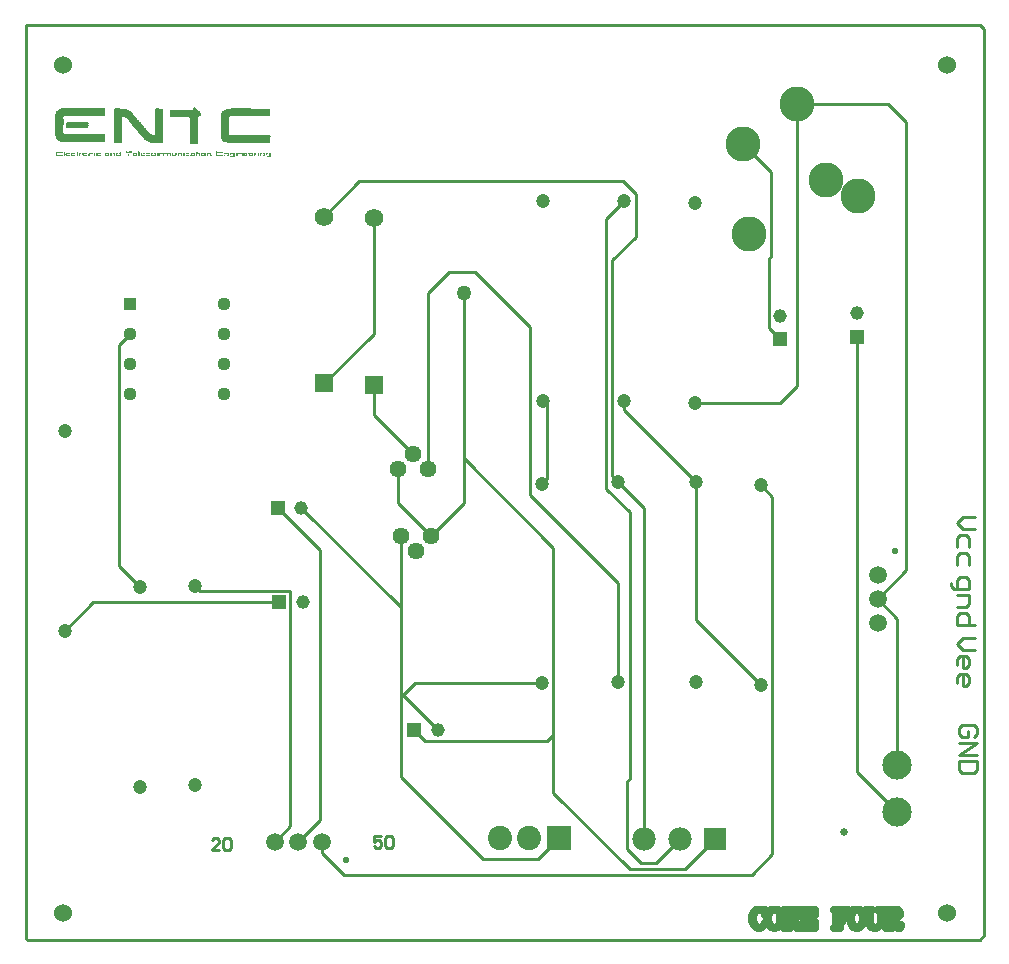
<source format=gtl>
G04*
G04 #@! TF.GenerationSoftware,Altium Limited,Altium Designer,23.9.2 (47)*
G04*
G04 Layer_Physical_Order=1*
G04 Layer_Color=255*
%FSLAX44Y44*%
%MOMM*%
G71*
G04*
G04 #@! TF.SameCoordinates,F81C6849-98B2-4F71-9394-E41489A2B151*
G04*
G04*
G04 #@! TF.FilePolarity,Positive*
G04*
G01*
G75*
%ADD12C,0.2540*%
%ADD33C,1.2000*%
%ADD34R,1.1500X1.1500*%
%ADD35C,1.1500*%
%ADD36C,1.4400*%
%ADD37C,1.5000*%
%ADD38C,0.5500*%
%ADD39C,1.1300*%
%ADD40R,1.1300X1.1300*%
%ADD41C,1.5240*%
%ADD42R,1.1500X1.1500*%
%ADD43C,2.4750*%
%ADD44C,0.6500*%
%ADD45C,2.9550*%
%ADD46C,2.0550*%
%ADD47R,2.0550X2.0550*%
%ADD48C,1.9650*%
%ADD49R,1.9650X1.9650*%
%ADD50R,1.5750X1.5750*%
%ADD51C,1.5750*%
%ADD52C,1.2700*%
%ADD53C,0.6350*%
G36*
X335978Y967053D02*
X336233Y966797D01*
X336438Y966081D01*
X336387Y964393D01*
X336438Y962807D01*
X336336Y962500D01*
X336438Y961170D01*
X336336Y960761D01*
X336182Y960608D01*
X335466Y960403D01*
X333829Y960505D01*
X302217Y960403D01*
X301961Y960147D01*
X301347Y958817D01*
X301398Y957743D01*
X301347Y946234D01*
X301450Y945927D01*
X301705Y945262D01*
X301961Y944904D01*
X302626Y944648D01*
X303342Y944546D01*
X335722Y944597D01*
X336131Y944495D01*
X336438Y944188D01*
X336540Y943779D01*
X336489Y939635D01*
X336591Y939124D01*
X336643Y938459D01*
X336387Y938101D01*
X335875Y937896D01*
X300171Y937998D01*
X299864Y938101D01*
X299454Y938203D01*
X298329Y938714D01*
X297613Y938919D01*
X297101Y939226D01*
X296590Y939737D01*
X296385Y939840D01*
X295925Y940198D01*
X295516Y940914D01*
X295311Y941016D01*
X295209Y941221D01*
X294902Y941937D01*
Y942244D01*
X294851Y942295D01*
X294748Y942909D01*
X294646Y943420D01*
X294442Y944239D01*
X294390Y945518D01*
X294493Y945620D01*
X294390Y945927D01*
X294493Y961170D01*
X294595Y961477D01*
X294800Y962296D01*
X294953Y963165D01*
X295158Y963677D01*
X295311Y963830D01*
X295362Y963984D01*
X295567Y964086D01*
X295823Y964342D01*
X295925Y964547D01*
X296437Y965263D01*
X296999Y965518D01*
X297204Y965621D01*
X297766Y966081D01*
X297920Y966235D01*
X298636Y966439D01*
X299352Y966542D01*
X301040Y966899D01*
X301654Y967002D01*
X303086Y967104D01*
X333932Y967155D01*
X334238Y967053D01*
X335568Y967155D01*
X335978Y967053D01*
D02*
G37*
G36*
X412911Y967462D02*
X413474Y967002D01*
X413628Y966848D01*
X413832Y966746D01*
X414548Y966337D01*
X415469Y965416D01*
X415674Y965314D01*
X416083Y964700D01*
X416646Y964137D01*
X417055Y963012D01*
X417464Y962398D01*
X417669Y961682D01*
X417771Y960966D01*
X417669Y960147D01*
X417515Y959892D01*
X417106Y959789D01*
X416032Y959840D01*
X415520Y959533D01*
X415418Y959329D01*
X415316Y959022D01*
X415264Y958562D01*
X415316Y946438D01*
Y946336D01*
X415367Y937282D01*
X415213Y936924D01*
X414958Y936668D01*
X414548Y936566D01*
X412860Y936617D01*
X410865Y936566D01*
X410661Y936668D01*
X410354Y936566D01*
X408717Y936668D01*
X408461Y936924D01*
X408359Y937640D01*
X408256Y958511D01*
X408052Y958715D01*
X408001Y958868D01*
X407796Y958971D01*
X407285Y959175D01*
X405597Y959124D01*
X394394Y959175D01*
X394087Y959073D01*
X393064Y959175D01*
X392297Y959022D01*
X391837Y958971D01*
X391274Y959431D01*
X391171Y960147D01*
X391274Y965263D01*
X391632Y965621D01*
X394803Y965518D01*
X409280Y965570D01*
X410252Y965518D01*
X410712Y965876D01*
X411019Y966593D01*
X411428Y967309D01*
X411991Y967564D01*
X412911Y967462D01*
D02*
G37*
G36*
X476136Y966439D02*
X476494Y966081D01*
X476597Y965467D01*
X476494Y965160D01*
X476392Y960147D01*
X476136Y959892D01*
X475727Y959789D01*
X474397Y959892D01*
X442580Y959789D01*
X442068Y959585D01*
X441506Y959329D01*
X441301Y958817D01*
X441404Y944801D01*
X441864Y944239D01*
X442068Y944137D01*
X442580Y943932D01*
X476443Y943830D01*
X476699Y943267D01*
X476597Y941323D01*
X476494Y937538D01*
X476239Y937282D01*
X475829Y937180D01*
X474806Y937282D01*
X464780D01*
X441250Y937384D01*
X440943Y937487D01*
X440278Y937640D01*
X439767Y937742D01*
X439153Y937845D01*
X438181Y937998D01*
X437465Y938510D01*
X436544Y939021D01*
X435368Y940198D01*
X435265Y940607D01*
X434958Y941118D01*
X434754Y941323D01*
X434447Y942039D01*
X434344Y943983D01*
X434447Y961887D01*
X434856Y962603D01*
X435061Y962807D01*
X435163Y963012D01*
X435470Y963728D01*
X435572Y963933D01*
X435726Y964188D01*
X435930Y964291D01*
X436493Y964751D01*
X437056Y965314D01*
X437772Y965518D01*
X438590Y965825D01*
X439102Y966132D01*
X439818Y966337D01*
X440841Y966439D01*
X444933Y966542D01*
X476136Y966439D01*
D02*
G37*
G36*
X307434Y954674D02*
X322013Y954725D01*
X322524Y954418D01*
X322627Y954009D01*
X322524Y952577D01*
X322627Y952270D01*
X322524Y950633D01*
X322166Y950173D01*
X321757Y950070D01*
X320427Y950173D01*
X316130D01*
X304519Y950121D01*
X304161Y950275D01*
X303905Y950837D01*
X303854Y954060D01*
X304058Y954572D01*
X304570Y954776D01*
X307434Y954674D01*
D02*
G37*
G36*
X385084Y966439D02*
X385442Y966081D01*
X385494Y965416D01*
X385391Y937896D01*
X385238Y937538D01*
X385084Y937384D01*
X384675Y937282D01*
X384368Y937180D01*
X384061Y937282D01*
X376593Y937384D01*
X376286Y937487D01*
X375467Y937691D01*
X374035Y937896D01*
X373370Y938049D01*
X373012Y938305D01*
X372603Y938714D01*
X371631Y939072D01*
X370864Y939840D01*
X370659Y939942D01*
X369585Y941016D01*
X369483Y941221D01*
X368664Y942039D01*
X368562Y942244D01*
X368204Y942704D01*
X367999Y942806D01*
X367641Y943165D01*
X367334Y943676D01*
X367079Y943932D01*
X366874Y944034D01*
X366465Y944648D01*
X365800Y945313D01*
X365697Y945518D01*
X365237Y946080D01*
X364777Y946541D01*
X364674Y946745D01*
X364214Y947308D01*
X363754Y947768D01*
X363651Y947973D01*
X363191Y948536D01*
X362935Y948689D01*
X362833Y948894D01*
X362373Y949456D01*
X362066Y949763D01*
X361912Y949815D01*
X361810Y950019D01*
X361349Y950582D01*
X360787Y951144D01*
X360480Y951656D01*
X360326Y951809D01*
X360122Y951912D01*
X359712Y952526D01*
X359457Y952884D01*
X359303Y953037D01*
X359099Y953139D01*
X358689Y953753D01*
X358536Y953907D01*
X358485Y954060D01*
X358280Y954163D01*
X358024Y954418D01*
X357922Y954623D01*
X357462Y955288D01*
X357257Y955390D01*
X356797Y955851D01*
X356694Y956055D01*
X356439Y956413D01*
X356234Y956516D01*
X355876Y956874D01*
X355569Y957385D01*
X354853Y958101D01*
X354751Y958306D01*
X354597Y958459D01*
X353728Y958920D01*
X353625Y959124D01*
X353369Y959380D01*
X352551Y959585D01*
X351937Y959687D01*
X351324Y959892D01*
X350761Y959533D01*
X350556Y959022D01*
X350658Y956771D01*
X350556Y937640D01*
X350300Y937384D01*
X349891Y937282D01*
X347231D01*
X344264Y937384D01*
X344009Y937640D01*
X343906Y938356D01*
X344009Y966183D01*
X344264Y966439D01*
X344674Y966542D01*
X353676Y966439D01*
X353983Y966337D01*
X354546Y966183D01*
X355058Y965979D01*
X355211Y965825D01*
X355723Y965621D01*
X356132Y965518D01*
X356797Y965263D01*
X357462Y964598D01*
X358178Y964188D01*
X358996Y963370D01*
X359201Y963268D01*
X359764Y962705D01*
X359866Y962500D01*
X360480Y961887D01*
X360582Y961682D01*
X360889Y961375D01*
X360991Y961170D01*
X361707Y960454D01*
X361810Y960250D01*
X362270Y959687D01*
X362628Y959431D01*
X362730Y959227D01*
X363191Y958664D01*
X363651Y958306D01*
X363958Y957794D01*
X364674Y957078D01*
X364981Y956567D01*
X365135Y956413D01*
X365339Y956311D01*
X365493Y956157D01*
X365595Y955953D01*
X366055Y955390D01*
X366516Y954930D01*
X366618Y954725D01*
X367079Y954163D01*
X367641Y953600D01*
X367743Y953395D01*
X368102Y952935D01*
X368306Y952832D01*
X368562Y952577D01*
X368664Y952372D01*
X369125Y951809D01*
X369329Y951707D01*
X369585Y951451D01*
X369892Y950940D01*
X370506Y950326D01*
X370608Y950121D01*
X370966Y949661D01*
X371171Y949559D01*
X371427Y949303D01*
X371529Y949098D01*
X371989Y948536D01*
X372449Y948075D01*
X372552Y947871D01*
X373012Y947308D01*
X373575Y946745D01*
X373677Y946541D01*
X374035Y946080D01*
X374240Y945978D01*
X374547Y945671D01*
X374700Y945620D01*
X374803Y945415D01*
X375263Y944955D01*
X375928Y944699D01*
X376286Y944546D01*
X376849Y944085D01*
X377309Y943932D01*
X377718Y943830D01*
X378332Y944034D01*
X378588Y944290D01*
X378690Y945006D01*
X378588Y945415D01*
X378639Y964904D01*
X378588Y966081D01*
X378946Y966439D01*
X379662Y966542D01*
X385084Y966439D01*
D02*
G37*
G36*
X359508Y929916D02*
X359661Y929558D01*
Y929456D01*
X359406Y929200D01*
X357666Y929098D01*
X356643Y928484D01*
X356336Y928586D01*
X355927Y928995D01*
X355723Y929098D01*
X355416Y929200D01*
X354086Y929302D01*
X353932Y929763D01*
X354290Y930121D01*
X355671Y930070D01*
X357666Y930121D01*
X357973Y930018D01*
X358689Y930121D01*
X358996Y930223D01*
X359508Y929916D01*
D02*
G37*
G36*
X374291Y928842D02*
X374189Y928535D01*
X374035Y928382D01*
X372961Y928433D01*
X372091Y928074D01*
X371887D01*
X371836Y928023D01*
X371682Y927972D01*
X371427Y928126D01*
X371529Y928739D01*
X371887Y929098D01*
X373473Y929046D01*
X373933Y929098D01*
X374291Y928842D01*
D02*
G37*
G36*
X431940Y930018D02*
X432452Y929814D01*
X432759Y929916D01*
X433577D01*
X435879Y929967D01*
X436084Y929865D01*
X436135Y929405D01*
X435828Y928995D01*
X432554Y929098D01*
X432247Y929200D01*
X431684Y928739D01*
X431275Y928126D01*
X431582Y927614D01*
X431838Y927358D01*
X432247Y927256D01*
X433884Y927358D01*
X436237Y927256D01*
X436493Y927000D01*
X436390Y926489D01*
X436237Y926335D01*
X435419Y926131D01*
X435009Y926233D01*
X430866Y926182D01*
X430508Y926438D01*
X430354Y926898D01*
X430406Y928484D01*
X430303Y928995D01*
X430252Y929456D01*
X430559Y929967D01*
X430713Y930121D01*
X431940Y930018D01*
D02*
G37*
G36*
X392041Y928995D02*
X392092Y928944D01*
X392297Y928433D01*
X392195Y926386D01*
X392041Y926233D01*
X391427Y926335D01*
X391274Y926796D01*
X391376Y927717D01*
X390916Y928279D01*
X390609Y928382D01*
X390353Y928126D01*
X390148Y927614D01*
X390251Y926591D01*
X389995Y926233D01*
X389586Y926131D01*
X389381Y926233D01*
X389125Y926489D01*
X389176Y927768D01*
X388767Y928279D01*
X388051Y928177D01*
X387540Y927972D01*
X386772Y928023D01*
X386670Y927717D01*
X386875Y927000D01*
X386772Y926693D01*
X386619Y926540D01*
X386107Y926335D01*
X385494Y926438D01*
X385340Y926591D01*
X385391Y927870D01*
X384880Y928074D01*
X384470Y928177D01*
X383754Y928074D01*
X383498Y927819D01*
X383396Y927410D01*
X383498Y927000D01*
X383396Y926489D01*
X383243Y926335D01*
X382680Y926386D01*
X382578Y926796D01*
X382476Y927921D01*
X382117Y928382D01*
X381708Y928279D01*
X381555Y928126D01*
X381350Y927614D01*
X381401Y926642D01*
X381248Y926284D01*
X380788Y926131D01*
X380429Y926386D01*
X380225Y927103D01*
X380327Y928637D01*
X380685Y929098D01*
X381094Y929200D01*
X381657Y929046D01*
X382117Y928893D01*
X382629Y929098D01*
X384010Y929046D01*
X384880Y929098D01*
X385596Y928688D01*
X386312Y928382D01*
X386721Y928484D01*
X387233Y928995D01*
X387949Y929098D01*
X388870Y928995D01*
X389176Y929098D01*
X389893Y929200D01*
X390200Y929098D01*
X390609Y928995D01*
X391632Y929200D01*
X392041Y928995D01*
D02*
G37*
G36*
X321246D02*
X321501Y928739D01*
X321399Y928126D01*
X320734Y928074D01*
X319813Y928484D01*
X319097Y928382D01*
X318739Y928023D01*
X318637Y927614D01*
X318893Y927154D01*
X319609Y926949D01*
X320223Y927051D01*
X320939Y927358D01*
X321348Y927256D01*
X321501Y926796D01*
X321399Y926386D01*
X321246Y926233D01*
X320836Y926131D01*
X319558Y926182D01*
X318893Y926131D01*
X318586Y926233D01*
X317869Y926642D01*
X317716Y926796D01*
X317512Y927307D01*
X317409Y928330D01*
X317460Y928586D01*
X317512Y928637D01*
X318176Y928893D01*
X318995Y929098D01*
X320120Y928995D01*
X320427Y929098D01*
X320887Y929149D01*
X321246Y928995D01*
D02*
G37*
G36*
X350045Y929763D02*
X350249Y929251D01*
X350096Y928074D01*
X350045Y927410D01*
X350147Y927103D01*
X350045Y926489D01*
X349789Y926233D01*
X349380Y926131D01*
X347640Y926233D01*
X347436Y926131D01*
X347129Y926233D01*
X346515Y926335D01*
X346157Y926591D01*
X345952Y927103D01*
X346055Y928637D01*
X346106Y928688D01*
X346515Y929098D01*
X347743Y928995D01*
X348050Y928893D01*
X348561Y928995D01*
X348766Y929200D01*
X348970Y929302D01*
X349124Y929456D01*
X349226Y929660D01*
X349380Y929814D01*
X349789Y929916D01*
X350045Y929763D01*
D02*
G37*
G36*
X326156Y928995D02*
X326514Y928637D01*
X326412Y928023D01*
X325952Y927870D01*
X324622Y928484D01*
X324110Y928382D01*
X323548Y927921D01*
X323445Y927512D01*
X323548Y926796D01*
X323445Y926386D01*
X323292Y926233D01*
X322985Y926131D01*
X322473Y926438D01*
X322217Y927103D01*
X322115Y927512D01*
Y927819D01*
Y927921D01*
X322627Y928842D01*
X322882Y929098D01*
X324110Y928995D01*
X324417Y928893D01*
X325133Y928995D01*
X325440Y929098D01*
X326156Y928995D01*
D02*
G37*
G36*
X296385Y930018D02*
X296795Y929814D01*
X297101Y929916D01*
X300529Y929967D01*
X300733Y929456D01*
X300631Y929149D01*
X300478Y928995D01*
X300068Y928893D01*
X299045Y928995D01*
X297204Y929098D01*
X296692Y929302D01*
X296130Y928739D01*
X296027Y928330D01*
X296130Y927614D01*
X296488Y927256D01*
X299045Y927358D01*
X300682Y927256D01*
X300836Y927103D01*
X300938Y926693D01*
X300784Y926335D01*
X300273Y926131D01*
X298022Y926233D01*
X296897D01*
X295567Y926131D01*
X295055Y926438D01*
X294902Y926898D01*
X294800Y927410D01*
X294902Y927717D01*
X294851Y929405D01*
X294953Y929814D01*
X295158Y930018D01*
X295567Y930121D01*
X296385Y930018D01*
D02*
G37*
G36*
X446365Y928688D02*
X446468Y928279D01*
X446519Y926898D01*
X446417Y926591D01*
X446314Y926182D01*
X446058Y925517D01*
X445854Y925312D01*
X445138Y925210D01*
X444575Y925363D01*
X443603Y925415D01*
X443296Y925312D01*
X442478Y925415D01*
X442324Y925568D01*
X442426Y925977D01*
X442478Y926029D01*
X443092Y926642D01*
X443910Y926540D01*
X444217Y926438D01*
X444728Y926540D01*
X444984Y926796D01*
X445087Y927205D01*
X444984Y927921D01*
X444524Y928484D01*
X444217Y928586D01*
X443910Y928484D01*
X443143Y927717D01*
X443040Y927512D01*
X442580Y927461D01*
X442222Y927819D01*
X442324Y928739D01*
X442478Y928995D01*
X442887Y929098D01*
X443705Y928995D01*
X444217Y928791D01*
X444728Y928995D01*
X445649Y929098D01*
X446365Y928688D01*
D02*
G37*
G36*
X306718Y928995D02*
X306872Y928842D01*
X306769Y928228D01*
X306258Y927717D01*
X306360Y927307D01*
X306565Y927103D01*
X306667Y926693D01*
X306616Y926438D01*
X305900Y926233D01*
X305593Y926335D01*
X304621Y926182D01*
X304468Y926131D01*
X304161Y926233D01*
X303956Y926335D01*
X303700Y926591D01*
X303598Y927307D01*
X303700Y927614D01*
X303598Y927819D01*
X303496Y928126D01*
X303598Y928535D01*
X304058Y928995D01*
X304468Y929098D01*
X305184Y928791D01*
X305593Y928893D01*
X306104Y929098D01*
X306207D01*
X306718Y928995D01*
D02*
G37*
G36*
X457005Y928893D02*
X457056Y928330D01*
X456545Y927614D01*
X456954Y926693D01*
X456698Y926335D01*
X456289Y926233D01*
X455368Y926335D01*
X455061Y926233D01*
X454141Y926335D01*
X453629Y926847D01*
X453220Y926745D01*
X453015Y926540D01*
X452606Y926438D01*
X452197Y926540D01*
X452043Y926693D01*
X452146Y927307D01*
X452248Y927614D01*
X452146Y927921D01*
X451327Y928126D01*
X450662Y928382D01*
X449946Y928279D01*
X449230Y927870D01*
X449076Y927717D01*
X449128Y926745D01*
X448923Y926438D01*
X447798Y926540D01*
X447644Y927000D01*
X447746Y927410D01*
Y927512D01*
X447695Y928586D01*
X447900Y928791D01*
X449025Y928893D01*
X449332Y928995D01*
X449741Y929098D01*
X450151Y928995D01*
X451839Y929046D01*
X452350Y928739D01*
X452453Y928535D01*
X452708Y928279D01*
X453322Y928382D01*
X453629Y928688D01*
X454345Y928995D01*
X455061Y928893D01*
X455471Y928688D01*
X455675Y928893D01*
X455880Y928995D01*
X456493Y929200D01*
X457005Y928893D01*
D02*
G37*
G36*
X406466Y928995D02*
X406978Y929098D01*
X407080D01*
X407592Y928995D01*
X407745Y928842D01*
X407643Y928535D01*
X407489Y928382D01*
X406415Y928433D01*
X406057Y928177D01*
X405545Y927870D01*
X405136Y927972D01*
X404983Y928433D01*
X405085Y928842D01*
X405341Y929098D01*
X405750Y929200D01*
X406466Y928995D01*
D02*
G37*
G36*
X331374D02*
X332448Y929046D01*
X332806Y928893D01*
X332857Y928637D01*
X332704Y928484D01*
X332295Y928382D01*
X331169Y928484D01*
X331067D01*
X330760Y928382D01*
X330504Y928126D01*
X330402Y927717D01*
X330504Y927307D01*
X330760Y927051D01*
X331476Y926949D01*
X331783Y927051D01*
X332909Y926949D01*
X333062Y926796D01*
X332960Y926386D01*
X332806Y926233D01*
X332090Y926131D01*
X330044Y926233D01*
X329532Y926540D01*
X329379Y926693D01*
X329174Y927205D01*
X329277Y928637D01*
X329635Y928995D01*
X330351Y929098D01*
X331374Y928995D01*
D02*
G37*
G36*
X311117D02*
X311322Y928893D01*
X311475Y928739D01*
X311322Y928484D01*
X310606Y928382D01*
X310197Y928484D01*
X309225Y928330D01*
X308918Y928126D01*
X308815Y927717D01*
X308918Y927307D01*
X309174Y927051D01*
X310043Y927000D01*
X310657Y927103D01*
X310913Y927154D01*
X311424Y926847D01*
X311475Y926386D01*
X311322Y926233D01*
X310913Y926131D01*
X309890Y926233D01*
X309583Y926131D01*
X308764Y926233D01*
X308662Y926335D01*
X308560D01*
X307792Y926898D01*
X307588Y927717D01*
X307690Y928535D01*
X307844Y928688D01*
X308355Y928893D01*
X309174Y929098D01*
X311117Y928995D01*
D02*
G37*
G36*
X370352D02*
X370506Y928842D01*
X370710Y928330D01*
X370659Y928074D01*
X370250Y927972D01*
X369125D01*
X369073Y928023D01*
X368767Y928330D01*
X368715Y928586D01*
X368920Y928893D01*
X369636Y929098D01*
X370352Y928995D01*
D02*
G37*
G36*
X461711Y929098D02*
X461865Y928944D01*
X461967Y928535D01*
X461865Y928126D01*
X461660Y927921D01*
X461558Y927717D01*
X461455Y927410D01*
X461762Y926796D01*
Y926693D01*
X461660Y926489D01*
X461404Y926233D01*
X460023Y926284D01*
X459154Y926233D01*
X458847Y926335D01*
X458182Y926693D01*
X458079Y927103D01*
X457977Y928535D01*
X458335Y928893D01*
X458744Y928995D01*
X459563Y928893D01*
X459818Y928637D01*
X459716Y928330D01*
X459409Y927819D01*
X459512Y927512D01*
X459665Y927358D01*
X460074Y927256D01*
X460586Y927358D01*
X460841Y927512D01*
X460739Y927921D01*
X460535Y928126D01*
X460330Y928535D01*
X460790Y929098D01*
X461200Y929200D01*
X461711Y929098D01*
D02*
G37*
G36*
X363498D02*
X363651Y928944D01*
X363754Y928535D01*
X363651Y928126D01*
X363344Y927819D01*
X363242Y927410D01*
X363549Y926693D01*
X363447Y926489D01*
X363191Y926233D01*
X361810Y926284D01*
X360838Y926233D01*
X360122Y926642D01*
X359968Y926796D01*
X359866Y927512D01*
X359968Y928739D01*
X360122Y928893D01*
X360838Y928995D01*
X361452Y928893D01*
X361707Y928637D01*
X361605Y928433D01*
X361196Y927819D01*
X361298Y927512D01*
X361400Y927410D01*
X361452Y927358D01*
X361861Y927256D01*
X362373Y927358D01*
X362628Y927512D01*
X362526Y927921D01*
X362321Y928126D01*
X362117Y928535D01*
X362577Y929098D01*
X362986Y929200D01*
X363498Y929098D01*
D02*
G37*
G36*
X340121Y928842D02*
X340223Y928433D01*
X340172Y927358D01*
X340223Y926796D01*
X339916Y926284D01*
X339456Y926131D01*
X338842Y926233D01*
X338535Y926335D01*
X336694Y926233D01*
X336336Y926591D01*
X336438Y927307D01*
X336745Y928023D01*
X336847Y928739D01*
X337308Y928893D01*
X337921Y928791D01*
X338075Y928637D01*
X337973Y928330D01*
X337563Y927921D01*
X337666Y927512D01*
X338228Y927256D01*
X338740Y927358D01*
X338893Y927512D01*
X338791Y928126D01*
X338689Y928330D01*
X338638Y928382D01*
X338586Y928637D01*
X339047Y929098D01*
X339661Y929200D01*
X340121Y928842D01*
D02*
G37*
G36*
X474192Y928995D02*
X474346Y928842D01*
X474244Y928433D01*
X473579Y927051D01*
X472965Y927154D01*
X472811Y927307D01*
X472760Y927358D01*
X472607Y927921D01*
X472709Y928637D01*
X473067Y929098D01*
X474192Y928995D01*
D02*
G37*
G36*
X412758Y928944D02*
X412962Y928739D01*
X412860Y927921D01*
X412758Y927614D01*
X412656Y926386D01*
X412502Y926233D01*
X412400D01*
X412349Y926182D01*
X411786Y926131D01*
X411274Y926335D01*
X410865Y926438D01*
X409740Y926131D01*
X409024Y926233D01*
X408870Y926386D01*
X408768Y926796D01*
X408870Y927205D01*
X409177Y927921D01*
X409280Y928739D01*
X409433Y928893D01*
X410354Y928791D01*
X410507Y928637D01*
X410405Y928228D01*
X410200Y928023D01*
X410303Y927512D01*
X410763Y927051D01*
X411172Y927154D01*
X411428Y927410D01*
X411530Y927819D01*
X411326Y928535D01*
X411428Y928842D01*
X411581Y928995D01*
X411991Y929098D01*
X412246Y929149D01*
X412758Y928944D01*
D02*
G37*
G36*
X397207Y928739D02*
X397310Y928126D01*
X397207Y927819D01*
X397003Y926591D01*
X396849Y926335D01*
X396133Y926131D01*
X395724Y926233D01*
X393934Y926182D01*
X393525Y926284D01*
X393218Y926591D01*
X393013Y927410D01*
X393115Y928842D01*
X393371Y929098D01*
X394087Y928995D01*
X394241Y928535D01*
X394189Y927768D01*
X394394Y927256D01*
X395110Y926949D01*
X395622Y927051D01*
X395980Y927410D01*
X396082Y927819D01*
Y928126D01*
Y928228D01*
X395980Y928535D01*
X396287Y929046D01*
X396849Y929098D01*
X397207Y928739D01*
D02*
G37*
G36*
X379151Y929098D02*
X379406Y928842D01*
X379509Y928433D01*
X379406Y926796D01*
X379304Y926386D01*
X379151Y926233D01*
X378741Y926131D01*
X376797Y926233D01*
X375774Y926335D01*
X375519Y926591D01*
X375416Y927000D01*
X375365Y928484D01*
X375519Y928842D01*
X375774Y929098D01*
X377002Y928995D01*
X377258Y928739D01*
X376746Y928228D01*
X376542Y927717D01*
X376644Y927307D01*
X377002Y926949D01*
X377565Y926898D01*
X377974Y927000D01*
X378128Y927154D01*
X378332Y927256D01*
X378383Y927307D01*
X378434Y927358D01*
X378588Y927717D01*
X378128Y928279D01*
X377667Y928739D01*
X377923Y928995D01*
X378639Y929200D01*
X379151Y929098D01*
D02*
G37*
G36*
X421454Y929046D02*
X421659Y928842D01*
X421761Y928433D01*
X421659Y926693D01*
X421301Y926233D01*
X420584Y926131D01*
X420175Y926233D01*
X418282Y926182D01*
X417924Y926335D01*
X417771Y926796D01*
X417669Y927512D01*
X417771Y928842D01*
X417976Y929046D01*
X418027Y929098D01*
X418743Y929200D01*
X419408Y928842D01*
X419305Y928535D01*
X418896Y928126D01*
X418692Y927614D01*
X419152Y927051D01*
X419664Y926847D01*
X420328Y927103D01*
X420738Y927512D01*
X420635Y927921D01*
X420431Y928126D01*
X420328Y928330D01*
X419919Y928739D01*
X419971Y928893D01*
X420482Y929098D01*
X420891Y929200D01*
X421454Y929046D01*
D02*
G37*
G36*
X437925Y927103D02*
X437976Y926745D01*
X437874Y926540D01*
X437567D01*
X437414Y926693D01*
X437516Y927205D01*
X437669Y927256D01*
X437925Y927103D01*
D02*
G37*
G36*
X356899Y927717D02*
X357104Y927205D01*
X357001Y926591D01*
X356541Y926438D01*
X356234Y926540D01*
X356081Y927000D01*
X356183Y927512D01*
X356234Y927563D01*
X356490Y927921D01*
X356643Y927972D01*
X356899Y927717D01*
D02*
G37*
G36*
X302524Y929916D02*
X302677Y929763D01*
X302882Y928330D01*
X303086Y927819D01*
Y927614D01*
Y927512D01*
X302933Y926949D01*
X302677Y926591D01*
X302524Y926438D01*
X302012Y926540D01*
X301859Y926693D01*
X301961Y927717D01*
X302063Y928023D01*
X301961Y928637D01*
X301859Y928944D01*
X301756Y929353D01*
X301859Y929763D01*
X302115Y930018D01*
X302524Y929916D01*
D02*
G37*
G36*
X476648Y928893D02*
X476801Y928739D01*
X476750Y926847D01*
X476801Y925773D01*
X476545Y925312D01*
X476136Y925210D01*
X475215Y925312D01*
X475011Y925517D01*
X474090Y925415D01*
X473579Y925210D01*
X473067Y925312D01*
X472914Y925773D01*
X473374Y926335D01*
X473885Y926540D01*
X474704Y926438D01*
X475011Y926335D01*
X475574Y926796D01*
X475778Y927410D01*
X475369Y928126D01*
X475164Y928330D01*
X475062Y928739D01*
X475164Y928944D01*
X475369Y929046D01*
X475420Y929098D01*
X476136Y929200D01*
X476648Y928893D01*
D02*
G37*
G36*
X328151Y928842D02*
X328254Y928433D01*
X328202Y928382D01*
X328151Y927410D01*
X328254Y927103D01*
X328151Y926489D01*
X327691Y926335D01*
X327282Y926438D01*
X327077Y926642D01*
X326924Y926693D01*
X326821Y927103D01*
X326924Y927307D01*
X327230Y928023D01*
X327333Y928433D01*
X327640Y928944D01*
X327998Y928995D01*
X328151Y928842D01*
D02*
G37*
G36*
X469077Y929098D02*
X469435Y928842D01*
X469333Y928433D01*
X469026Y928126D01*
X468924Y927921D01*
X468719Y927717D01*
Y927205D01*
Y927103D01*
X468821Y926796D01*
X468719Y926386D01*
X468259Y926233D01*
X467952Y926335D01*
X467696Y926591D01*
X467747Y927870D01*
X467594Y928433D01*
X467850Y928995D01*
X468361Y929200D01*
X469077Y929098D01*
D02*
G37*
G36*
X426416Y928995D02*
X426569Y928842D01*
X426671Y928637D01*
Y928535D01*
X426723Y926642D01*
X426467Y926284D01*
X425802Y926233D01*
X425546Y926489D01*
X425597Y927665D01*
X425188Y928279D01*
X424932Y928535D01*
X424983Y928893D01*
X425188Y928995D01*
X425495Y929098D01*
X425904Y929200D01*
X426416Y928995D01*
D02*
G37*
G36*
X401862D02*
X402016Y928842D01*
X402118Y928433D01*
X402016Y927717D01*
Y927614D01*
X402118Y927205D01*
X402016Y926489D01*
X401760Y926233D01*
X401249Y926335D01*
X401095Y926489D01*
X400993Y926898D01*
X401095Y927307D01*
X400993Y927819D01*
X400788Y928023D01*
X400686Y928228D01*
X400379Y928535D01*
X400430Y928893D01*
X400635Y928995D01*
X400942Y929098D01*
X401351Y929200D01*
X401862Y928995D01*
D02*
G37*
G36*
X344981Y928893D02*
X345032Y927921D01*
X344929Y927614D01*
X345134Y926796D01*
X344878Y926335D01*
X344469Y926233D01*
X344111Y926489D01*
X344162Y927563D01*
X343804Y928126D01*
X343651Y928279D01*
X343599Y928330D01*
X343395Y928739D01*
X343753Y929098D01*
X344469Y929200D01*
X344981Y928893D01*
D02*
G37*
G36*
X466622Y929098D02*
X466878Y928842D01*
X466980Y928126D01*
X467031Y926745D01*
X466878Y926386D01*
X466724Y926233D01*
X466366Y926182D01*
X466059Y926284D01*
X466008Y926335D01*
X465854Y926489D01*
X465752Y926898D01*
X465854Y927614D01*
X465701Y928177D01*
X465650Y928842D01*
X466008Y929200D01*
X466622Y929098D01*
D02*
G37*
G36*
X471635Y928893D02*
X471788Y928433D01*
X471839Y926642D01*
X471533Y926233D01*
X471123Y926131D01*
X470765Y926386D01*
X470663Y926796D01*
X470714Y927665D01*
X470202Y928484D01*
X470151Y928842D01*
X470305Y928995D01*
X470714Y929098D01*
X470765Y929149D01*
X471123Y929200D01*
X471635Y928893D01*
D02*
G37*
G36*
X464371Y928995D02*
X464627Y928739D01*
X464524Y928535D01*
X464013Y927819D01*
X463911Y926386D01*
X463757Y926233D01*
X463348Y926131D01*
X462888Y926386D01*
X462785Y926796D01*
Y927614D01*
Y927717D01*
X462888Y928433D01*
X462990Y928739D01*
X463348Y929098D01*
X464371Y928995D01*
D02*
G37*
G36*
X438386Y929098D02*
X439102Y928893D01*
X440074Y929046D01*
X440534Y929098D01*
X441250Y928688D01*
X441506Y928023D01*
X441404Y926591D01*
X441045Y926233D01*
X440636Y926131D01*
X440278Y926386D01*
X440176Y926796D01*
X440278Y927717D01*
X440022Y928074D01*
X439971Y928126D01*
X439920Y928279D01*
X439715Y928382D01*
X439204Y928586D01*
X438232Y927921D01*
X437669Y927665D01*
X437465Y927768D01*
X437209Y928023D01*
X437107Y928433D01*
X437414Y928944D01*
X438078Y929200D01*
X438386Y929098D01*
D02*
G37*
G36*
X423858D02*
X424319Y928739D01*
X424216Y928535D01*
X423756Y927972D01*
X423602Y927512D01*
X423705Y926796D01*
Y926489D01*
X423653Y926438D01*
X423346Y926131D01*
X422835Y926233D01*
X422579Y926489D01*
X422477Y926898D01*
X422579Y928739D01*
X423040Y929200D01*
X423858Y929098D01*
D02*
G37*
G36*
X416492Y929200D02*
X416646Y929046D01*
X416748Y928637D01*
X416850Y927921D01*
X416748Y926386D01*
X416594Y926233D01*
X416185Y926131D01*
X415827Y926386D01*
X415725Y927000D01*
X415827Y927307D01*
X415725Y928228D01*
X415622Y928535D01*
X415674Y928791D01*
X415725Y928842D01*
X415827Y929046D01*
X416083Y929302D01*
X416492Y929200D01*
D02*
G37*
G36*
X414651Y930018D02*
X414804Y929865D01*
X414906Y929456D01*
X415009Y928739D01*
X414906Y928433D01*
X414804Y927717D01*
X414702Y926386D01*
X414446Y926131D01*
X414139D01*
X413883Y926386D01*
X413781Y926796D01*
X413679Y928637D01*
X413576Y928944D01*
X413679Y929353D01*
X413832Y929916D01*
X414037Y930121D01*
X414651Y930018D01*
D02*
G37*
G36*
X406364Y927051D02*
X406671Y926949D01*
X406978Y927051D01*
X407694Y926949D01*
X407847Y926796D01*
Y926693D01*
X407745Y926386D01*
X407592Y926233D01*
X407182Y926131D01*
X406261Y926233D01*
X405955Y926131D01*
X405238Y926233D01*
X405085Y926386D01*
X404983Y926796D01*
X405085Y927307D01*
X405238Y927461D01*
X405494Y927512D01*
X406364Y927051D01*
D02*
G37*
G36*
X403653Y929353D02*
X403704Y929302D01*
X403960Y929046D01*
X404164Y928228D01*
X404062Y926591D01*
X403806Y926233D01*
X403397Y926131D01*
X402886Y926438D01*
X402783Y926847D01*
X402732Y926898D01*
X402834Y927205D01*
X402937Y927921D01*
X402886Y928586D01*
X402988Y928995D01*
X403243Y929353D01*
X403602Y929405D01*
X403653Y929353D01*
D02*
G37*
G36*
X399305Y929098D02*
X399765Y928739D01*
X399663Y928535D01*
X399151Y927819D01*
Y927410D01*
Y927307D01*
X399049Y926386D01*
X398895Y926233D01*
X398486Y926131D01*
X398026Y926489D01*
X397924Y927307D01*
X398026Y927614D01*
X398128Y928842D01*
X398384Y929098D01*
X398793Y929200D01*
X399305Y929098D01*
D02*
G37*
G36*
X372398Y927256D02*
X372705Y927154D01*
X372757Y927103D01*
X374189Y927000D01*
X374393Y926796D01*
X374291Y926284D01*
X373831Y926131D01*
X372910Y926233D01*
X372603Y926131D01*
X371785Y926233D01*
X371529Y926489D01*
X371324Y927205D01*
X371478Y927358D01*
X372398Y927256D01*
D02*
G37*
G36*
X367795Y929098D02*
X368153Y928739D01*
X368204Y928484D01*
X367846Y927614D01*
X368204Y927256D01*
X369329Y927358D01*
X370045Y926949D01*
X370199Y926796D01*
X370097Y926591D01*
X369841Y926335D01*
X368818D01*
X367795Y926233D01*
X367488Y926131D01*
X366976Y926233D01*
X366720Y926489D01*
X366618Y927103D01*
X366720Y927410D01*
X366618Y928637D01*
X366976Y929098D01*
X367385Y929200D01*
X367795Y929098D01*
D02*
G37*
G36*
X365595Y930070D02*
X365800Y929353D01*
X365748Y928382D01*
X365800Y926796D01*
X365493Y926284D01*
X365032Y926131D01*
X364674Y926386D01*
X364572Y926796D01*
X364674Y927921D01*
Y928023D01*
X364572Y929046D01*
X364674Y929865D01*
X364828Y930121D01*
X365237Y930223D01*
X365595Y930070D01*
D02*
G37*
G36*
X342321Y929098D02*
X342781Y928739D01*
X342474Y928228D01*
X342423Y928177D01*
X342372Y928126D01*
X342167Y927614D01*
X342065Y926386D01*
X341911Y926233D01*
X341502Y926131D01*
X341042Y926489D01*
X340939Y926898D01*
X341042Y928637D01*
X341400Y929098D01*
X341809Y929200D01*
X342321Y929098D01*
D02*
G37*
G36*
X316130Y928995D02*
X316386Y928739D01*
X315926Y928177D01*
X315670Y927614D01*
Y927410D01*
Y927307D01*
X315568Y926386D01*
X315312Y926131D01*
X314903Y926233D01*
X314647Y926489D01*
X314596Y927051D01*
X314647Y927819D01*
X314545Y928126D01*
X314647Y928739D01*
X314903Y928995D01*
X315312Y929098D01*
X316130Y928995D01*
D02*
G37*
G36*
X313624Y929865D02*
X313726Y929456D01*
Y929251D01*
Y929149D01*
X313624Y926898D01*
X313521Y926386D01*
X313266Y926131D01*
X312857Y926233D01*
X312601Y926489D01*
X312498Y927512D01*
X312396Y929353D01*
X312805Y930070D01*
X313368Y930121D01*
X313624Y929865D01*
D02*
G37*
%LPC*%
G36*
X348050Y928586D02*
X347538Y928484D01*
X347282Y928228D01*
X347078Y927717D01*
X347180Y927307D01*
X347436Y927051D01*
X347845Y926949D01*
X348561Y927051D01*
X349226Y927512D01*
X349277Y927563D01*
X349431Y927614D01*
X349380Y927972D01*
X349175Y928074D01*
X348050Y928586D01*
D02*
G37*
G36*
X305388Y928279D02*
X304979Y928177D01*
X304723Y927921D01*
X304826Y927512D01*
X305081Y927358D01*
X305184D01*
X305798Y927461D01*
X305849Y927819D01*
X305388Y928279D01*
D02*
G37*
G36*
X455471Y928382D02*
X454959Y928074D01*
X454703Y927819D01*
X454754Y927563D01*
X455266Y927358D01*
X455829Y927410D01*
X455880Y927461D01*
X456033Y927614D01*
X455931Y927819D01*
X455471Y928382D01*
D02*
G37*
%LPD*%
D12*
X640334Y632714D02*
Y670306D01*
X716026Y436118D02*
Y594614D01*
Y387350D02*
Y436118D01*
X586740Y467360D02*
Y544510D01*
Y400558D02*
Y467360D01*
X589120Y469740D02*
X599350Y479970D01*
X586740Y544510D02*
Y604520D01*
X656590Y330708D02*
X702718D01*
X721260Y349250D01*
X589120Y469740D02*
X618170Y440690D01*
X586740Y467360D02*
X589120Y469740D01*
X586740Y400558D02*
X656590Y330708D01*
X599350Y479970D02*
X706120D01*
X502600Y628650D02*
X586740Y544510D01*
X609600Y661670D02*
Y810260D01*
X627380Y828040D01*
X649478D01*
X696214Y781304D01*
Y639064D02*
Y781304D01*
Y639064D02*
X770890Y564388D01*
Y481240D02*
Y564388D01*
X827960Y322580D02*
X853360Y347980D01*
X780796Y322580D02*
X827960D01*
X716026Y387350D02*
X780796Y322580D01*
X640334Y670306D02*
X716026Y594614D01*
X598170Y440690D02*
X607822Y431038D01*
X710946D01*
X716026Y436118D01*
X640334Y670306D02*
Y810604D01*
X612140Y604520D02*
X640334Y632714D01*
X563880Y707390D02*
Y732790D01*
Y707390D02*
X596900Y674370D01*
X584200Y632460D02*
Y661670D01*
Y632460D02*
X612140Y604520D01*
X302260Y524420D02*
X326480Y548640D01*
X483870D01*
X835660Y717550D02*
X908050D01*
X922020Y731520D01*
Y970280D01*
X999744D01*
X1014984Y955040D01*
Y575564D02*
Y955040D01*
X990600Y551180D02*
X1014984Y575564D01*
X990600Y551180D02*
X1007110Y534670D01*
Y410840D02*
Y534670D01*
X802640Y327660D02*
X822960Y347980D01*
X790702Y327660D02*
X802640D01*
X778764Y339598D02*
X790702Y327660D01*
X778764Y339598D02*
Y397002D01*
X780796Y399034D01*
Y624586D01*
X760984Y644398D02*
X780796Y624586D01*
X760984Y644398D02*
Y872834D01*
X775970Y887820D01*
X706120Y648970D02*
X710692Y653542D01*
Y715518D01*
X707390Y718820D02*
X710692Y715518D01*
X521970Y734060D02*
X563880Y775970D01*
Y873790D01*
X898398Y780862D02*
X908050Y771210D01*
X898398Y780862D02*
Y839470D01*
X900684Y841756D01*
Y912616D01*
X877020Y936280D02*
X900684Y912616D01*
X521970Y875060D02*
X551658Y904748D01*
X775208D01*
X785876Y894080D01*
Y857758D02*
Y894080D01*
X766064Y837946D02*
X785876Y857758D01*
X766064Y655066D02*
Y837946D01*
Y655066D02*
X770890Y650240D01*
X792560Y628570D01*
Y347980D02*
Y628570D01*
X972820Y405130D02*
X1007110Y370840D01*
X972820Y405130D02*
Y773430D01*
X348234Y578866D02*
X365760Y561340D01*
X348234Y578866D02*
Y766394D01*
X357810Y775970D01*
X482600Y628650D02*
X518510Y592740D01*
Y363890D02*
Y592740D01*
X500060Y345440D02*
X518510Y363890D01*
X836930Y533310D02*
X891540Y478700D01*
X836930Y533310D02*
Y650330D01*
X775970Y711290D02*
X836930Y650330D01*
X775970Y711290D02*
Y718820D01*
X412750Y562610D02*
X417160Y558200D01*
X493430D01*
Y358810D02*
Y558200D01*
X480060Y345440D02*
X493430Y358810D01*
X520060Y335920D02*
Y345440D01*
Y335920D02*
X538480Y317500D01*
X883920D01*
X901446Y335026D01*
Y637794D01*
X891540Y647700D02*
X901446Y637794D01*
X269240Y1037590D02*
X269240Y264160D01*
X270510Y262890D01*
X1076960D01*
X1080770Y266700D01*
Y1033780D01*
X1076960Y1037590D02*
X1080770Y1033780D01*
X269240Y1037590D02*
X1076960Y1037590D01*
X570545Y350357D02*
X563880D01*
Y345358D01*
X567212Y347024D01*
X568878D01*
X570545Y345358D01*
Y342026D01*
X568878Y340360D01*
X565546D01*
X563880Y342026D01*
X573877Y348691D02*
X575543Y350357D01*
X578875D01*
X580541Y348691D01*
Y342026D01*
X578875Y340360D01*
X575543D01*
X573877Y342026D01*
Y348691D01*
X433385Y339090D02*
X426720D01*
X433385Y345755D01*
Y347421D01*
X431718Y349087D01*
X428386D01*
X426720Y347421D01*
X436717D02*
X438383Y349087D01*
X441715D01*
X443381Y347421D01*
Y340756D01*
X441715Y339090D01*
X438383D01*
X436717Y340756D01*
Y347421D01*
X1071876Y434343D02*
X1074415Y436883D01*
Y441961D01*
X1071876Y444500D01*
X1061719D01*
X1059180Y441961D01*
Y436883D01*
X1061719Y434343D01*
X1066797D01*
Y439422D01*
X1059180Y429265D02*
X1074415D01*
X1059180Y419108D01*
X1074415D01*
Y414030D02*
X1059180D01*
Y406412D01*
X1061719Y403873D01*
X1071876D01*
X1074415Y406412D01*
Y414030D01*
X1073145Y621030D02*
X1062988D01*
X1057910Y615952D01*
X1062988Y610873D01*
X1073145D01*
X1068067Y595638D02*
Y603256D01*
X1065527Y605795D01*
X1060449D01*
X1057910Y603256D01*
Y595638D01*
X1068067Y580403D02*
Y588021D01*
X1065527Y590560D01*
X1060449D01*
X1057910Y588021D01*
Y580403D01*
X1073145Y518160D02*
X1062988D01*
X1057910Y513082D01*
X1062988Y508003D01*
X1073145D01*
X1057910Y495307D02*
Y500386D01*
X1060449Y502925D01*
X1065527D01*
X1068067Y500386D01*
Y495307D01*
X1065527Y492768D01*
X1062988D01*
Y502925D01*
X1057910Y480072D02*
Y485151D01*
X1060449Y487690D01*
X1065527D01*
X1068067Y485151D01*
Y480072D01*
X1065527Y477533D01*
X1062988D01*
Y487690D01*
X1052830Y565152D02*
Y562612D01*
X1055369Y560073D01*
X1068065D01*
Y567691D01*
X1065526Y570230D01*
X1060447D01*
X1057908Y567691D01*
Y560073D01*
Y554995D02*
X1068065D01*
Y547377D01*
X1065526Y544838D01*
X1057908D01*
X1073143Y529603D02*
X1057908D01*
Y537221D01*
X1060447Y539760D01*
X1065526D01*
X1068065Y537221D01*
Y529603D01*
D33*
X891540Y647700D02*
D03*
Y478700D02*
D03*
X302260Y524420D02*
D03*
Y693420D02*
D03*
X365760Y392340D02*
D03*
Y561340D02*
D03*
X412750Y393610D02*
D03*
Y562610D02*
D03*
X707390Y887820D02*
D03*
Y718820D02*
D03*
X775970Y887820D02*
D03*
Y718820D02*
D03*
X835660Y886550D02*
D03*
Y717550D02*
D03*
X770890Y650240D02*
D03*
Y481240D02*
D03*
X706120Y648970D02*
D03*
Y479970D02*
D03*
X836930Y650330D02*
D03*
Y481330D02*
D03*
D34*
X908050Y771210D02*
D03*
X972820Y773430D02*
D03*
D35*
X908050Y791210D02*
D03*
X972820Y793430D02*
D03*
X502600Y628650D02*
D03*
X503870Y548640D02*
D03*
X618170Y440690D02*
D03*
D36*
X584200Y661670D02*
D03*
X596900Y674370D02*
D03*
X609600Y661670D02*
D03*
X612140Y604520D02*
D03*
X599440Y591820D02*
D03*
X586740Y604520D02*
D03*
D37*
X520060Y345440D02*
D03*
X500060D02*
D03*
X480060D02*
D03*
X990600Y571180D02*
D03*
Y551180D02*
D03*
Y531180D02*
D03*
D38*
X540560Y330440D02*
D03*
X1005600Y591680D02*
D03*
D39*
X437210Y801370D02*
D03*
Y775970D02*
D03*
Y750570D02*
D03*
Y725170D02*
D03*
X357810D02*
D03*
Y750570D02*
D03*
Y775970D02*
D03*
D40*
Y801370D02*
D03*
D41*
X300990Y285750D02*
D03*
X1049020D02*
D03*
X300990Y1003300D02*
D03*
X1049020D02*
D03*
D42*
X482600Y628650D02*
D03*
X483870Y548640D02*
D03*
X598170Y440690D02*
D03*
D43*
X1007110Y370840D02*
D03*
Y410840D02*
D03*
D44*
X962110Y354340D02*
D03*
D45*
X877020Y936280D02*
D03*
X882020Y860280D02*
D03*
X947020Y906280D02*
D03*
X974020Y892280D02*
D03*
X922020Y970280D02*
D03*
D46*
X670560Y349250D02*
D03*
X695910D02*
D03*
D47*
X721260D02*
D03*
D48*
X792560Y347980D02*
D03*
X822960D02*
D03*
D49*
X853360D02*
D03*
D50*
X521970Y734060D02*
D03*
X563880Y732790D02*
D03*
D51*
X521970Y875060D02*
D03*
X563880Y873790D02*
D03*
D52*
X640334Y810604D02*
D03*
D53*
X894563Y286110D02*
X895289Y283933D01*
Y288287D01*
X894563Y286110D01*
X893112Y287561D01*
X890935Y288287D01*
X889484D01*
X887308Y287561D01*
X885856Y286110D01*
X885131Y284659D01*
X884405Y282482D01*
Y278855D01*
X885131Y276678D01*
X885856Y275227D01*
X887308Y273776D01*
X889484Y273050D01*
X890935D01*
X893112Y273776D01*
X894563Y275227D01*
X895289Y276678D01*
X889484Y288287D02*
X888033Y287561D01*
X886582Y286110D01*
X885856Y284659D01*
X885131Y282482D01*
Y278855D01*
X885856Y276678D01*
X886582Y275227D01*
X888033Y273776D01*
X889484Y273050D01*
X902544Y288287D02*
X900368Y287561D01*
X898916Y286110D01*
X898191Y284659D01*
X897465Y281757D01*
Y279580D01*
X898191Y276678D01*
X898916Y275227D01*
X900368Y273776D01*
X902544Y273050D01*
X903995D01*
X906172Y273776D01*
X907623Y275227D01*
X908349Y276678D01*
X909074Y279580D01*
Y281757D01*
X908349Y284659D01*
X907623Y286110D01*
X906172Y287561D01*
X903995Y288287D01*
X902544D01*
X901093Y287561D01*
X899642Y286110D01*
X898916Y284659D01*
X898191Y281757D01*
Y279580D01*
X898916Y276678D01*
X899642Y275227D01*
X901093Y273776D01*
X902544Y273050D01*
X903995D02*
X905446Y273776D01*
X906898Y275227D01*
X907623Y276678D01*
X908349Y279580D01*
Y281757D01*
X907623Y284659D01*
X906898Y286110D01*
X905446Y287561D01*
X903995Y288287D01*
X913355D02*
Y273050D01*
X914081Y288287D02*
Y273050D01*
X911178Y288287D02*
X919885D01*
X922062Y287561D01*
X922787Y286836D01*
X923513Y285385D01*
Y283933D01*
X922787Y282482D01*
X922062Y281757D01*
X919885Y281031D01*
X914081D01*
X919885Y288287D02*
X921336Y287561D01*
X922062Y286836D01*
X922787Y285385D01*
Y283933D01*
X922062Y282482D01*
X921336Y281757D01*
X919885Y281031D01*
X911178Y273050D02*
X916257D01*
X917708Y281031D02*
X919159Y280306D01*
X919885Y279580D01*
X922062Y274501D01*
X922787Y273776D01*
X923513D01*
X924238Y274501D01*
X919159Y280306D02*
X919885Y278855D01*
X921336Y273776D01*
X922062Y273050D01*
X923513D01*
X924238Y274501D01*
Y275227D01*
X928374Y288287D02*
Y273050D01*
X929100Y288287D02*
Y273050D01*
X933453Y283933D02*
Y278129D01*
X926197Y288287D02*
X937806D01*
Y283933D01*
X937081Y288287D01*
X929100Y281031D02*
X933453D01*
X926197Y273050D02*
X937806D01*
Y277403D01*
X937081Y273050D01*
X955800Y288287D02*
Y273050D01*
X956526Y288287D02*
Y273050D01*
X960879Y283933D02*
Y278129D01*
X953624Y288287D02*
X965232D01*
Y283933D01*
X964507Y288287D01*
X956526Y281031D02*
X960879D01*
X953624Y273050D02*
X958702D01*
X972415Y288287D02*
X970239Y287561D01*
X968788Y286110D01*
X968062Y284659D01*
X967337Y281757D01*
Y279580D01*
X968062Y276678D01*
X968788Y275227D01*
X970239Y273776D01*
X972415Y273050D01*
X973867D01*
X976043Y273776D01*
X977494Y275227D01*
X978220Y276678D01*
X978945Y279580D01*
Y281757D01*
X978220Y284659D01*
X977494Y286110D01*
X976043Y287561D01*
X973867Y288287D01*
X972415D01*
X970964Y287561D01*
X969513Y286110D01*
X968788Y284659D01*
X968062Y281757D01*
Y279580D01*
X968788Y276678D01*
X969513Y275227D01*
X970964Y273776D01*
X972415Y273050D01*
X973867D02*
X975318Y273776D01*
X976769Y275227D01*
X977494Y276678D01*
X978220Y279580D01*
Y281757D01*
X977494Y284659D01*
X976769Y286110D01*
X975318Y287561D01*
X973867Y288287D01*
X983226D02*
Y277403D01*
X983952Y275227D01*
X985403Y273776D01*
X987580Y273050D01*
X989031D01*
X991208Y273776D01*
X992659Y275227D01*
X993384Y277403D01*
Y288287D01*
X983952D02*
Y277403D01*
X984678Y275227D01*
X986129Y273776D01*
X987580Y273050D01*
X981050Y288287D02*
X986129D01*
X991208D02*
X995561D01*
X999551D02*
Y273050D01*
X1000277Y288287D02*
Y273050D01*
X997375Y288287D02*
X1006081D01*
X1008258Y287561D01*
X1008984Y286836D01*
X1009709Y285385D01*
Y283933D01*
X1008984Y282482D01*
X1008258Y281757D01*
X1006081Y281031D01*
X1000277D01*
X1006081Y288287D02*
X1007533Y287561D01*
X1008258Y286836D01*
X1008984Y285385D01*
Y283933D01*
X1008258Y282482D01*
X1007533Y281757D01*
X1006081Y281031D01*
X997375Y273050D02*
X1002454D01*
X1003905Y281031D02*
X1005356Y280306D01*
X1006081Y279580D01*
X1008258Y274501D01*
X1008984Y273776D01*
X1009709D01*
X1010435Y274501D01*
X1005356Y280306D02*
X1006081Y278855D01*
X1007533Y273776D01*
X1008258Y273050D01*
X1009709D01*
X1010435Y274501D01*
Y275227D01*
M02*

</source>
